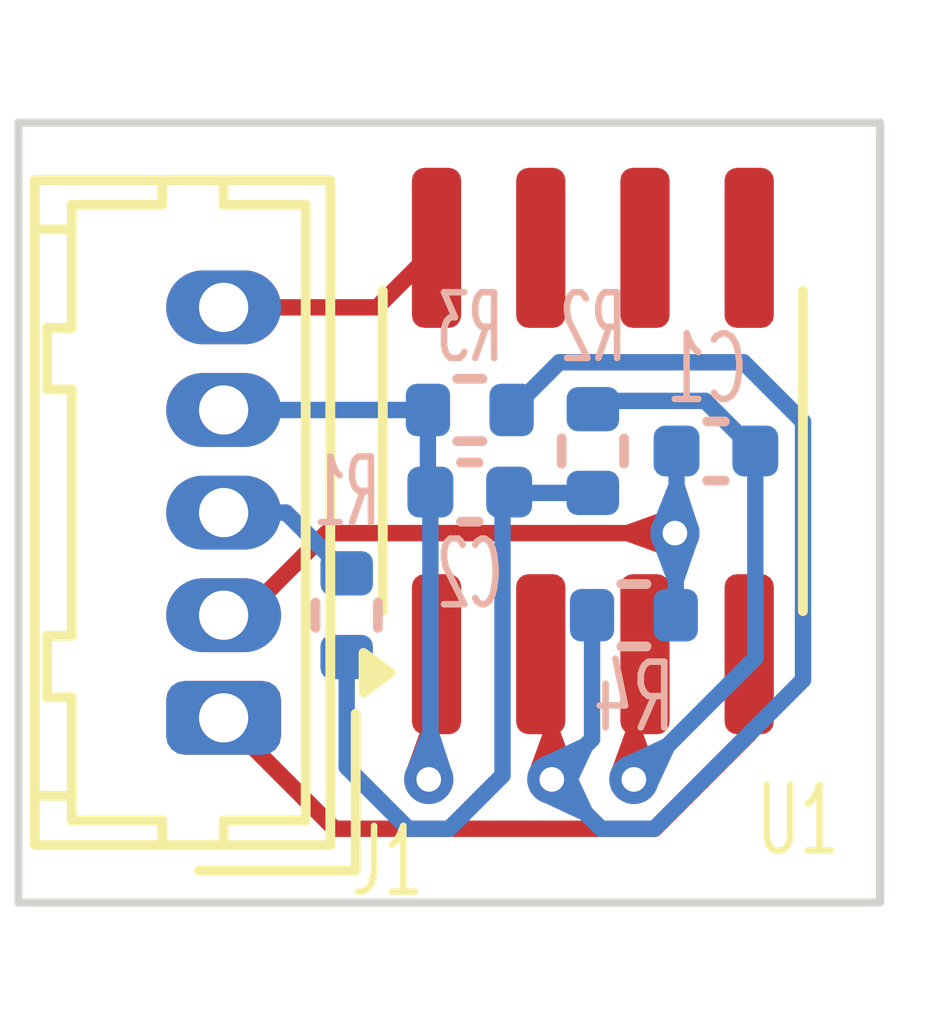
<source format=kicad_pcb>
(kicad_pcb (version 20241229) (generator "pcbnew") (generator_version "9.0")
  (layers (0 "F.Cu" signal) (2 "B.Cu" signal) (13 "F.Paste" user) (15 "B.Paste" user) (5 "F.SilkS" user "F.Silkscreen") (7 "B.SilkS" user "B.Silkscreen") (1 "F.Mask" user) (3 "B.Mask" user) (25 "Edge.Cuts" user))
  (net 0 "")
  (net 1 "Net-(U1A-+)")
  (net 2 "GND")
  (net 3 "Net-(C2-Pad1)")
  (net 4 "/Vin")
  (net 5 "/Vout")
  (net 6 "Net-(U1A--)")
  (net 7 "/-15V0")
  (net 11 "/+15V0")
  (footprint "Package_SO:SOIC-8_3.9x4.9mm_P1.27mm" (layer "F.Cu") (at 107 63.5 90)
    (property "Reference" "U1" (at -4.5 2.5 180) (layer "F.SilkS") (effects (font (size 0.8 0.5) (thickness 0.08))))
    (property "Value" "TLC277")
    (fp_line (start 0 -2.56) (end 1.95 -2.56) (stroke (width 0.12)) (layer "F.SilkS"))
    (fp_line (start 0 -2.56) (end -1.95 -2.56) (stroke (width 0.12)) (layer "F.SilkS"))
    (fp_line (start 0 2.56) (end 1.95 2.56) (stroke (width 0.12)) (layer "F.SilkS"))
    (fp_line (start 0 2.56) (end -1.95 2.56) (stroke (width 0.12)) (layer "F.SilkS"))
    (fp_poly (pts (xy -2.7 -2.465) (xy -2.94 -2.795) (xy -2.46 -2.795) (xy -2.7 -2.465)) (stroke (width 0.12)) (fill yes) (layer "F.SilkS"))
    (pad "1" smd roundrect (at -2.475 -1.905 90) (size 1.95 0.6) (layers "F.Cu" "F.Mask" "F.Paste") (net 5 "/Vout"))
    (pad "2" smd roundrect (at -2.475 -0.635 90) (size 1.95 0.6) (layers "F.Cu" "F.Mask" "F.Paste") (net 6 "Net-(U1A--)"))
    (pad "3" smd roundrect (at -2.475 0.635 90) (size 1.95 0.6) (layers "F.Cu" "F.Mask" "F.Paste") (net 1 "Net-(U1A-+)"))
    (pad "4" smd roundrect (at -2.475 1.905 90) (size 1.95 0.6) (layers "F.Cu" "F.Mask" "F.Paste") (net 7 "/-15V0"))
    (pad "5" smd roundrect (at 2.475 1.905 90) (size 1.95 0.6) (layers "F.Cu" "F.Mask" "F.Paste"))
    (pad "6" smd roundrect (at 2.475 0.635 90) (size 1.95 0.6) (layers "F.Cu" "F.Mask" "F.Paste"))
    (pad "7" smd roundrect (at 2.475 -0.635 90) (size 1.95 0.6) (layers "F.Cu" "F.Mask" "F.Paste"))
    (pad "8" smd roundrect (at 2.475 -1.905 90) (size 1.95 0.6) (layers "F.Cu" "F.Mask" "F.Paste") (net 11 "/+15V0"))
  )
  (footprint "Connector_Hirose:Hirose_DF13-05P-1.25DSA_1x05_P1.25mm_Vertical" (layer "F.Cu") (at 102.5 66.75 90)
    (property "Reference" "J1" (at -1.75 2 180) (layer "F.SilkS") (effects (font (size 0.8 0.5) (thickness 0.08))))
    (property "Value" "Conn_01x05_Pin")
    (fp_line (start 6.55 -2.3) (end -1.55 -2.3) (stroke (width 0.12)) (layer "F.SilkS"))
    (fp_line (start -1.55 -2.3) (end -1.55 1.3) (stroke (width 0.12)) (layer "F.SilkS"))
    (fp_line (start 4.75 -2.15) (end 4.75 -1.85) (stroke (width 0.12)) (layer "F.SilkS"))
    (fp_line (start 4 -2.15) (end 4.75 -2.15) (stroke (width 0.12)) (layer "F.SilkS"))
    (fp_line (start 1 -2.15) (end 1 -1.85) (stroke (width 0.12)) (layer "F.SilkS"))
    (fp_line (start 0.25 -2.15) (end 1 -2.15) (stroke (width 0.12)) (layer "F.SilkS"))
    (fp_line (start 6.25 -1.85) (end 5.95 -1.85) (stroke (width 0.12)) (layer "F.SilkS"))
    (fp_line (start 5.95 -1.85) (end 5.95 -2.3) (stroke (width 0.12)) (layer "F.SilkS"))
    (fp_line (start 4.75 -1.85) (end 5.95 -1.85) (stroke (width 0.12)) (layer "F.SilkS"))
    (fp_line (start 4 -1.85) (end 4 -2.15) (stroke (width 0.12)) (layer "F.SilkS"))
    (fp_line (start 1 -1.85) (end 4 -1.85) (stroke (width 0.12)) (layer "F.SilkS"))
    (fp_line (start 0.25 -1.85) (end 0.25 -2.15) (stroke (width 0.12)) (layer "F.SilkS"))
    (fp_line (start -0.95 -1.85) (end -0.95 -2.3) (stroke (width 0.12)) (layer "F.SilkS"))
    (fp_line (start -0.95 -1.85) (end 0.25 -1.85) (stroke (width 0.12)) (layer "F.SilkS"))
    (fp_line (start -1.25 -1.85) (end -0.95 -1.85) (stroke (width 0.12)) (layer "F.SilkS"))
    (fp_line (start 6.55 -0.75) (end 6.25 -0.75) (stroke (width 0.12)) (layer "F.SilkS"))
    (fp_line (start 6.25 -0.75) (end 6.25 -1.85) (stroke (width 0.12)) (layer "F.SilkS"))
    (fp_line (start -1.25 -0.75) (end -1.25 -1.85) (stroke (width 0.12)) (layer "F.SilkS"))
    (fp_line (start -1.55 -0.75) (end -1.25 -0.75) (stroke (width 0.12)) (layer "F.SilkS"))
    (fp_line (start -1.86 -0.3) (end -1.86 1.61) (stroke (width 0.12)) (layer "F.SilkS"))
    (fp_line (start 6.25 0) (end 6.55 0) (stroke (width 0.12)) (layer "F.SilkS"))
    (fp_line (start -1.25 0) (end -1.25 1) (stroke (width 0.12)) (layer "F.SilkS"))
    (fp_line (start -1.55 0) (end -1.25 0) (stroke (width 0.12)) (layer "F.SilkS"))
    (fp_line (start 6.25 1) (end 6.25 0) (stroke (width 0.12)) (layer "F.SilkS"))
    (fp_line (start -1.25 1) (end 6.25 1) (stroke (width 0.12)) (layer "F.SilkS"))
    (fp_line (start 6.55 1.3) (end 6.55 -2.3) (stroke (width 0.12)) (layer "F.SilkS"))
    (fp_line (start -1.55 1.3) (end 6.55 1.3) (stroke (width 0.12)) (layer "F.SilkS"))
    (fp_line (start -1.86 1.61) (end 0.05 1.61) (stroke (width 0.12)) (layer "F.SilkS"))
    (pad "1" thru_hole roundrect (at 0 0 90) (size 0.9 1.4) (drill 0.6) (layers "*.Cu" "*.Mask") (net 7 "/-15V0"))
    (pad "2" thru_hole oval (at 1.25 0 90) (size 0.9 1.4) (drill 0.6) (layers "*.Cu" "*.Mask") (net 2 "GND"))
    (pad "3" thru_hole oval (at 2.5 0 90) (size 0.9 1.4) (drill 0.6) (layers "*.Cu" "*.Mask") (net 4 "/Vin"))
    (pad "4" thru_hole oval (at 3.75 0 90) (size 0.9 1.4) (drill 0.6) (layers "*.Cu" "*.Mask") (net 5 "/Vout"))
    (pad "5" thru_hole oval (at 5 0 90) (size 0.9 1.4) (drill 0.6) (layers "*.Cu" "*.Mask") (net 11 "/+15V0"))
  )
  (footprint "Resistor_SMD:R_0402_1005Metric" (layer "B.Cu") (at 107.5 65.5 180)
    (property "Reference" "R4" (at 0 -1 0) (layer "B.SilkS") (effects (font (size 0.8 0.5) (thickness 0.08)) (justify mirror)))
    (property "Value" "54k")
    (fp_line (start -0.153641 0.38) (end 0.153641 0.38) (stroke (width 0.12)) (layer "B.SilkS"))
    (fp_line (start -0.153641 -0.38) (end 0.153641 -0.38) (stroke (width 0.12)) (layer "B.SilkS"))
    (pad "1" smd roundrect (at -0.51 0 180) (size 0.54 0.64) (layers "B.Cu" "B.Mask" "B.Paste") (net 2 "GND"))
    (pad "2" smd roundrect (at 0.51 0 180) (size 0.54 0.64) (layers "B.Cu" "B.Mask" "B.Paste") (net 6 "Net-(U1A--)"))
  )
  (footprint "Resistor_SMD:R_0402_1005Metric" (layer "B.Cu") (at 107 63.5 90)
    (property "Reference" "R2" (at 1.5 0 180) (layer "B.SilkS") (effects (font (size 0.8 0.4) (thickness 0.08) (bold yes)) (justify mirror)))
    (property "Value" "40k")
    (fp_line (start -0.153641 -0.38) (end 0.153641 -0.38) (stroke (width 0.12)) (layer "B.SilkS"))
    (fp_line (start -0.153641 0.38) (end 0.153641 0.38) (stroke (width 0.12)) (layer "B.SilkS"))
    (pad "1" smd roundrect (at -0.51 0 90) (size 0.54 0.64) (layers "B.Cu" "B.Mask" "B.Paste") (net 3 "Net-(C2-Pad1)"))
    (pad "2" smd roundrect (at 0.51 0 90) (size 0.54 0.64) (layers "B.Cu" "B.Mask" "B.Paste") (net 1 "Net-(U1A-+)"))
  )
  (footprint "Resistor_SMD:R_0402_1005Metric" (layer "B.Cu") (at 105.5 63 180)
    (property "Reference" "R3" (at 0 1 180) (layer "B.SilkS") (effects (font (size 0.8 0.4) (thickness 0.08) (bold yes)) (justify mirror)))
    (property "Value" "480k")
    (fp_line (start -0.153641 0.38) (end 0.153641 0.38) (stroke (width 0.12)) (layer "B.SilkS"))
    (fp_line (start -0.153641 -0.38) (end 0.153641 -0.38) (stroke (width 0.12)) (layer "B.SilkS"))
    (pad "1" smd roundrect (at -0.51 0 180) (size 0.54 0.64) (layers "B.Cu" "B.Mask" "B.Paste") (net 6 "Net-(U1A--)"))
    (pad "2" smd roundrect (at 0.51 0 180) (size 0.54 0.64) (layers "B.Cu" "B.Mask" "B.Paste") (net 5 "/Vout"))
  )
  (footprint "Capacitor_SMD:C_0402_1005Metric" (layer "B.Cu") (at 105.5 64 180)
    (property "Reference" "C2" (at 0 -1 0) (layer "B.SilkS") (effects (font (size 0.8 0.4) (thickness 0.08) (bold yes)) (justify mirror)))
    (property "Value" "0.68u")
    (fp_line (start -0.107836 0.36) (end 0.107836 0.36) (stroke (width 0.12)) (layer "B.SilkS"))
    (fp_line (start -0.107836 -0.36) (end 0.107836 -0.36) (stroke (width 0.12)) (layer "B.SilkS"))
    (pad "1" smd roundrect (at -0.48 0 180) (size 0.56 0.62) (layers "B.Cu" "B.Mask" "B.Paste") (net 3 "Net-(C2-Pad1)"))
    (pad "2" smd roundrect (at 0.48 0 180) (size 0.56 0.62) (layers "B.Cu" "B.Mask" "B.Paste") (net 5 "/Vout"))
  )
  (footprint "Resistor_SMD:R_0402_1005Metric" (layer "B.Cu") (at 104 65.5 -90)
    (property "Reference" "R1" (at -1.5 0 180) (layer "B.SilkS") (effects (font (size 0.8 0.4) (thickness 0.08) (bold yes)) (justify mirror)))
    (property "Value" "7k")
    (fp_line (start -0.153641 0.38) (end 0.153641 0.38) (stroke (width 0.12)) (layer "B.SilkS"))
    (fp_line (start -0.153641 -0.38) (end 0.153641 -0.38) (stroke (width 0.12)) (layer "B.SilkS"))
    (pad "1" smd roundrect (at -0.51 0 270) (size 0.54 0.64) (layers "B.Cu" "B.Mask" "B.Paste") (net 4 "/Vin"))
    (pad "2" smd roundrect (at 0.51 0 270) (size 0.54 0.64) (layers "B.Cu" "B.Mask" "B.Paste") (net 3 "Net-(C2-Pad1)"))
  )
  (footprint "Capacitor_SMD:C_0402_1005Metric" (layer "B.Cu") (at 108.5 63.5 180)
    (property "Reference" "C1" (at 0.107836 1 180) (layer "B.SilkS") (effects (font (size 0.8 0.5) (thickness 0.08)) (justify mirror)))
    (property "Value" "1.36u")
    (fp_line (start -0.107836 0.36) (end 0.107836 0.36) (stroke (width 0.12)) (layer "B.SilkS"))
    (fp_line (start -0.107836 -0.36) (end 0.107836 -0.36) (stroke (width 0.12)) (layer "B.SilkS"))
    (pad "1" smd roundrect (at -0.48 0 180) (size 0.56 0.62) (layers "B.Cu" "B.Mask" "B.Paste") (net 1 "Net-(U1A-+)"))
    (pad "2" smd roundrect (at 0.48 0 180) (size 0.56 0.62) (layers "B.Cu" "B.Mask" "B.Paste") (net 2 "GND"))
  )
  (gr_rect (start 100 59.5) (end 110.5 69) (stroke (width 0.1)) (fill no) (layer "Edge.Cuts"))
  (segment (start 107.5 67.5) (end 107.5 66.11) (width 0.2) (layer "F.Cu") (net 1))
  (segment (start 107.5 66.11) (end 107.635 65.975) (width 0.2) (layer "F.Cu") (net 1))
  (via (at 107.5 67.5) (size 0.6) (drill 0.3) (layers "F.Cu" "B.Cu") (net 1))
  (segment (start 108.98 66.02) (end 107.5 67.5) (width 0.2) (layer "B.Cu") (net 1))
  (segment (start 108.369 62.889) (end 108.98 63.5) (width 0.2) (layer "B.Cu") (net 1))
  (segment (start 108.98 63.5) (end 108.98 66.02) (width 0.2) (layer "B.Cu") (net 1))
  (segment (start 107 62.99) (end 107.101 62.889) (width 0.2) (layer "B.Cu") (net 1))
  (segment (start 107.101 62.889) (end 108.369 62.889) (width 0.2) (layer "B.Cu") (net 1))
  (segment (start 102.5 65.5) (end 102.75 65.5) (width 0.2) (layer "F.Cu") (net 2))
  (segment (start 103.75 64.5) (end 108 64.5) (width 0.2) (layer "F.Cu") (net 2))
  (segment (start 102.75 65.5) (end 103.75 64.5) (width 0.2) (layer "F.Cu") (net 2))
  (via (at 108 64.5) (size 0.6) (drill 0.3) (layers "F.Cu" "B.Cu") (net 2))
  (segment (start 108.01 64.51) (end 108 64.5) (width 0.2) (layer "B.Cu") (net 2))
  (segment (start 108.02 63.5) (end 108.02 64.48) (width 0.2) (layer "B.Cu") (net 2))
  (segment (start 108.01 65.5) (end 108.01 64.51) (width 0.2) (layer "B.Cu") (net 2))
  (segment (start 108.02 64.48) (end 108 64.5) (width 0.2) (layer "B.Cu") (net 2))
  (segment (start 105.899 67.450943) (end 105.248943 68.101) (width 0.2) (layer "B.Cu") (net 3))
  (segment (start 104 67.349943) (end 104 66.01) (width 0.2) (layer "B.Cu") (net 3))
  (segment (start 105.99 64.01) (end 105.98 64) (width 0.2) (layer "B.Cu") (net 3))
  (segment (start 105.98 64) (end 105.899 64.081) (width 0.2) (layer "B.Cu") (net 3))
  (segment (start 107 64.01) (end 105.99 64.01) (width 0.2) (layer "B.Cu") (net 3))
  (segment (start 104.751057 68.101) (end 104 67.349943) (width 0.2) (layer "B.Cu") (net 3))
  (segment (start 105.899 64.081) (end 105.899 67.450943) (width 0.2) (layer "B.Cu") (net 3))
  (segment (start 105.248943 68.101) (end 104.751057 68.101) (width 0.2) (layer "B.Cu") (net 3))
  (segment (start 103.26 64.25) (end 102.5 64.25) (width 0.2) (layer "B.Cu") (net 4))
  (segment (start 104 64.99) (end 103.26 64.25) (width 0.2) (layer "B.Cu") (net 4))
  (segment (start 105 67.5) (end 105 66.07) (width 0.2) (layer "F.Cu") (net 5))
  (segment (start 105 66.07) (end 105.095 65.975) (width 0.2) (layer "F.Cu") (net 5))
  (via (at 105 67.5) (size 0.6) (drill 0.3) (layers "F.Cu" "B.Cu") (net 5))
  (segment (start 104.99 63) (end 104.99 63.97) (width 0.2) (layer "B.Cu") (net 5))
  (segment (start 102.5 63) (end 104.99 63) (width 0.2) (layer "B.Cu") (net 5))
  (segment (start 105.02 67.48) (end 105 67.5) (width 0.2) (layer "B.Cu") (net 5))
  (segment (start 105.02 64) (end 105.02 67.48) (width 0.2) (layer "B.Cu") (net 5))
  (segment (start 104.99 63.97) (end 105.02 64) (width 0.2) (layer "B.Cu") (net 5))
  (segment (start 106.5 67.5) (end 106.5 66.11) (width 0.2) (layer "F.Cu") (net 6))
  (segment (start 106.5 66.11) (end 106.365 65.975) (width 0.2) (layer "F.Cu") (net 6))
  (via (at 106.5 67.5) (size 0.6) (drill 0.3) (layers "F.Cu" "B.Cu") (net 6))
  (segment (start 106.99 65.5) (end 106.99 67.01) (width 0.2) (layer "B.Cu") (net 6))
  (segment (start 106.99 67.01) (end 106.5 67.5) (width 0.2) (layer "B.Cu") (net 6))
  (segment (start 107.748943 68.101) (end 107.101 68.101) (width 0.2) (layer "B.Cu") (net 6))
  (segment (start 107.101 68.101) (end 106.5 67.5) (width 0.2) (layer "B.Cu") (net 6))
  (segment (start 109.561 63.14345) (end 109.561 66.288943) (width 0.2) (layer "B.Cu") (net 6))
  (segment (start 106.01 63) (end 106.591 62.419) (width 0.2) (layer "B.Cu") (net 6))
  (segment (start 108.83655 62.419) (end 109.561 63.14345) (width 0.2) (layer "B.Cu") (net 6))
  (segment (start 109.561 66.288943) (end 107.748943 68.101) (width 0.2) (layer "B.Cu") (net 6))
  (segment (start 106.591 62.419) (end 108.83655 62.419) (width 0.2) (layer "B.Cu") (net 6))
  (segment (start 107.753999 68.101) (end 108.905 66.949999) (width 0.2) (layer "F.Cu") (net 7))
  (segment (start 103.851 68.101) (end 107.753999 68.101) (width 0.2) (layer "F.Cu") (net 7))
  (segment (start 108.905 66.949999) (end 108.905 65.975) (width 0.2) (layer "F.Cu") (net 7))
  (segment (start 102.5 66.75) (end 103.851 68.101) (width 0.2) (layer "F.Cu") (net 7))
  (segment (start 104.37 61.75) (end 105.095 61.025) (width 0.2) (layer "F.Cu") (net 11))
  (segment (start 102.5 61.75) (end 104.37 61.75) (width 0.2) (layer "F.Cu") (net 11))
)
</source>
